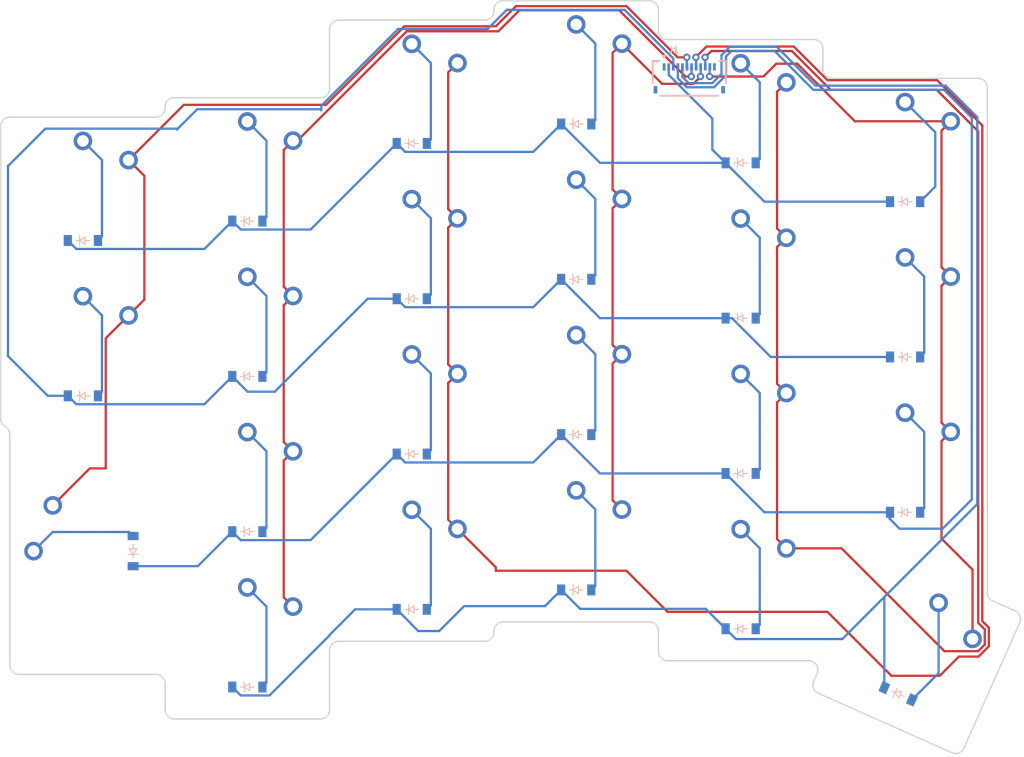
<source format=kicad_pcb>
(kicad_pcb (version 20240108) (generator "pcbnew") (generator_version "8.0")
  (title_block (title "left_pcb") (rev "v1.0.0") (company "Unknown"))
  (layers (0 "F.Cu" signal) (31 "B.Cu" signal) (34 "B.Paste" user) (35 "F.Paste" user) (36 "B.SilkS" user "B.Silkscreen") (37 "F.SilkS" user "F.Silkscreen") (38 "B.Mask" user) (39 "F.Mask" user) (44 "Edge.Cuts" user))
  (net 0 "")
  (net 1 "C1")
  (net 2 "outerleft_bottom")
  (net 3 "outerleft_middle")
  (net 4 "outerleft_top")
  (net 5 "C2")
  (net 6 "pinky_thumb")
  (net 7 "pinky_bottom")
  (net 8 "pinky_middle")
  (net 9 "pinky_top")
  (net 10 "C3")
  (net 11 "ring_thumb")
  (net 12 "ring_bottom")
  (net 13 "ring_middle")
  (net 14 "ring_top")
  (net 15 "C4")
  (net 16 "middle_thumb")
  (net 17 "middle_bottom")
  (net 18 "middle_middle")
  (net 19 "middle_top")
  (net 20 "C5")
  (net 21 "index_thumb")
  (net 22 "index_bottom")
  (net 23 "index_middle")
  (net 24 "index_top")
  (net 25 "C6")
  (net 26 "inner_thumb")
  (net 27 "inner_bottom")
  (net 28 "inner_middle")
  (net 29 "inner_top")
  (net 30 "R2")
  (net 31 "R3")
  (net 32 "R4")
  (net 33 "R1")
  (net 34 "GND")
  (footprint "PG1350" (layer "F.Cu") (at 181 -83)
    (property "Reference" "S21" (hide yes))
    (property "Value" "" (hide yes))
  )
  (footprint "PG1350" (layer "F.Cu") (at 163 -104.25)
    (property "Reference" "S18" (hide yes))
    (property "Value" "" (hide yes))
  )
  (footprint "PG1350" (layer "F.Cu") (at 182.267022 -62.699295 -24)
    (property "Reference" "S20" (hide yes))
    (property "Value" "" (hide yes))
  )
  (footprint "PG1350" (layer "F.Cu") (at 145 -125.5)
    (property "Reference" "S15" (hide yes))
    (property "Value" "" (hide yes))
  )
  (footprint "PG1350" (layer "F.Cu") (at 91 -95.75)
    (property "Reference" "S2" (hide yes))
    (property "Value" "" (hide yes))
  )
  (footprint "PG1350" (layer "F.Cu") (at 163 -70.25)
    (property "Reference" "S16" (hide yes))
    (property "Value" "" (hide yes))
  )
  (footprint "PG1350" (layer "F.Cu") (at 109 -97.875)
    (property "Reference" "S6" (hide yes))
    (property "Value" "" (hide yes))
  )
  (footprint "PG1350" (layer "F.Cu") (at 127 -123.375)
    (property "Reference" "S11" (hide yes))
    (property "Value" "" (hide yes))
  )
  (footprint "PG1350" (layer "F.Cu") (at 109 -114.875)
    (property "Reference" "S7" (hide yes))
    (property "Value" "" (hide yes))
  )
  (footprint "PG1350" (layer "F.Cu") (at 163 -87.25)
    (property "Reference" "S17" (hide yes))
    (property "Value" "" (hide yes))
  )
  (footprint "PG1350" (layer "F.Cu") (at 181 -117)
    (property "Reference" "S23" (hide yes))
    (property "Value" "" (hide yes))
  )
  (footprint "PG1350" (layer "F.Cu") (at 145 -91.5)
    (property "Reference" "S13" (hide yes))
    (property "Value" "" (hide yes))
  )
  (footprint "PG1350" (layer "F.Cu") (at 109 -80.875)
    (property "Reference" "S5" (hide yes))
    (property "Value" "" (hide yes))
  )
  (footprint "PG1350" (layer "F.Cu") (at 109 -63.875)
    (property "Reference" "S4" (hide yes))
    (property "Value" "" (hide yes))
  )
  (footprint "PG1350" (layer "F.Cu") (at 145 -108.5)
    (property "Reference" "S14" (hide yes))
    (property "Value" "" (hide yes))
  )
  (footprint "PG1350" (layer "F.Cu") (at 163 -121.25)
    (property "Reference" "S19" (hide yes))
    (property "Value" "" (hide yes))
  )
  (footprint "PG1350" (layer "F.Cu") (at 127 -89.375)
    (property "Reference" "S9" (hide yes))
    (property "Value" "" (hide yes))
  )
  (footprint "PG1350" (layer "F.Cu") (at 127 -72.375)
    (property "Reference" "S8" (hide yes))
    (property "Value" "" (hide yes))
  )
  (footprint "PG1350" (layer "F.Cu") (at 91.5 -73.75 90)
    (property "Reference" "S1" (hide yes))
    (property "Value" "" (hide yes))
  )
  (footprint "PG1350" (layer "F.Cu") (at 145 -74.5)
    (property "Reference" "S12" (hide yes))
    (property "Value" "" (hide yes))
  )
  (footprint "PG1350" (layer "F.Cu") (at 91 -112.75)
    (property "Reference" "S3" (hide yes))
    (property "Value" "" (hide yes))
  )
  (footprint "PG1350" (layer "F.Cu") (at 181 -100)
    (property "Reference" "S22" (hide yes))
    (property "Value" "" (hide yes))
  )
  (footprint "PG1350" (layer "F.Cu") (at 127 -106.375)
    (property "Reference" "S10" (hide yes))
    (property "Value" "" (hide yes))
  )
  (footprint "ComboDiode" (layer "B.Cu") (at 109 -109.875)
    (property "Reference" "D7" (hide yes))
    (property "Value" "" (hide yes))
  )
  (footprint "ComboDiode" (layer "B.Cu") (at 145 -120.5)
    (property "Reference" "D15" (hide yes))
    (property "Value" "" (hide yes))
  )
  (footprint "ComboDiode" (layer "B.Cu") (at 96.5 -73.75 90)
    (property "Reference" "D1" (hide yes))
    (property "Value" "" (hide yes))
  )
  (footprint "ComboDiode" (layer "B.Cu") (at 127 -101.375)
    (property "Reference" "D10" (hide yes))
    (property "Value" "" (hide yes))
  )
  (footprint "ComboDiode" (layer "B.Cu") (at 109 -75.875)
    (property "Reference" "D5" (hide yes))
    (property "Value" "" (hide yes))
  )
  (footprint "ComboDiode" (layer "B.Cu") (at 163 -116.25)
    (property "Reference" "D19" (hide yes))
    (property "Value" "" (hide yes))
  )
  (footprint "ComboDiode" (layer "B.Cu") (at 109 -58.875)
    (property "Reference" "D4" (hide yes))
    (property "Value" "" (hide yes))
  )
  (footprint "ComboDiode" (layer "B.Cu") (at 145 -69.5)
    (property "Reference" "D12" (hide yes))
    (property "Value" "" (hide yes))
  )
  (footprint "ComboDiode" (layer "B.Cu") (at 145 -103.5)
    (property "Reference" "D14" (hide yes))
    (property "Value" "" (hide yes))
  )
  (footprint "ComboDiode" (layer "B.Cu") (at 181 -78)
    (property "Reference" "D21" (hide yes))
    (property "Value" "" (hide yes))
  )
  (footprint "ComboDiode" (layer "B.Cu") (at 163 -65.25)
    (property "Reference" "D16" (hide yes))
    (property "Value" "" (hide yes))
  )
  (footprint "GCT_FFC2B28-12-G" (layer "B.Cu") (at 157.375 -125.5)
    (property "Reference" "J1")
    (property "Value" "Conn_01x12_Socket" (hide yes))
  )
  (footprint "ComboDiode" (layer "B.Cu") (at 127 -67.375)
    (property "Reference" "D8" (hide yes))
    (property "Value" "" (hide yes))
  )
  (footprint "ComboDiode" (layer "B.Cu") (at 145 -86.5)
    (property "Reference" "D13" (hide yes))
    (property "Value" "" (hide yes))
  )
  (footprint "ComboDiode" (layer "B.Cu") (at 180.233339 -58.131567 -24)
    (property "Reference" "D20" (hide yes))
    (property "Value" "" (hide yes))
  )
  (footprint "ComboDiode" (layer "B.Cu") (at 91 -107.75)
    (property "Reference" "D3" (hide yes))
    (property "Value" "" (hide yes))
  )
  (footprint "ComboDiode" (layer "B.Cu") (at 109 -92.875)
    (property "Reference" "D6" (hide yes))
    (property "Value" "" (hide yes))
  )
  (footprint "ComboDiode" (layer "B.Cu") (at 163 -99.25)
    (property "Reference" "D18" (hide yes))
    (property "Value" "" (hide yes))
  )
  (footprint "ComboDiode" (layer "B.Cu") (at 91 -90.75)
    (property "Reference" "D2" (hide yes))
    (property "Value" "" (hide yes))
  )
  (footprint "ComboDiode" (layer "B.Cu") (at 163 -82.25)
    (property "Reference" "D17" (hide yes))
    (property "Value" "" (hide yes))
  )
  (footprint "ComboDiode" (layer "B.Cu") (at 127 -84.375)
    (property "Reference" "D9" (hide yes))
    (property "Value" "" (hide yes))
  )
  (footprint "ComboDiode" (layer "B.Cu") (at 181 -112)
    (property "Reference" "D23" (hide yes))
    (property "Value" "" (hide yes))
  )
  (footprint "ComboDiode" (layer "B.Cu") (at 181 -95)
    (property "Reference" "D22" (hide yes))
    (property "Value" "" (hide yes))
  )
  (footprint "ComboDiode" (layer "B.Cu") (at 127 -118.375)
    (property "Reference" "D11" (hide yes))
    (property "Value" "" (hide yes))
  )
  (gr_arc (start 82 -120.25) (mid 82.292893 -120.957107) (end 83 -121.25) (stroke (width 0.15)) (layer "Edge.Cuts"))
  (gr_line (start 118 -130.875) (end 118 -124.375) (stroke (width 0.15)) (layer "Edge.Cuts"))
  (gr_arc (start 118 -130.875) (mid 118.292893 -131.582107) (end 119 -131.875) (stroke (width 0.15)) (layer "Edge.Cuts"))
  (gr_arc (start 171.501397 -58.188051) (mid 170.974553 -58.743229) (end 170.994588 -59.508334) (stroke (width 0.15)) (layer "Edge.Cuts"))
  (gr_arc (start 189 -125.5) (mid 189.707107 -125.207107) (end 190 -124.5) (stroke (width 0.15)) (layer "Edge.Cuts"))
  (gr_arc (start 118 -124.375) (mid 117.707107 -123.667893) (end 117 -123.375) (stroke (width 0.15)) (layer "Edge.Cuts"))
  (gr_line (start 153 -134) (end 137 -134) (stroke (width 0.15)) (layer "Edge.Cuts"))
  (gr_line (start 190 -69.210167) (end 190 -124.5) (stroke (width 0.15)) (layer "Edge.Cuts"))
  (gr_line (start 101 -55.375) (end 117 -55.375) (stroke (width 0.15)) (layer "Edge.Cuts"))
  (gr_arc (start 136 -65) (mid 136.292893 -65.707107) (end 137 -66) (stroke (width 0.15)) (layer "Edge.Cuts"))
  (gr_arc (start 99 -60.25) (mid 99.707107 -59.957107) (end 100 -59.25) (stroke (width 0.15)) (layer "Edge.Cuts"))
  (gr_line (start 100 -122.375) (end 100 -122.25) (stroke (width 0.15)) (layer "Edge.Cuts"))
  (gr_arc (start 153 -134) (mid 153.707107 -133.707107) (end 154 -133) (stroke (width 0.15)) (layer "Edge.Cuts"))
  (gr_line (start 154 -65) (end 154 -62.75) (stroke (width 0.15)) (layer "Edge.Cuts"))
  (gr_arc (start 136 -133) (mid 136.292893 -133.707107) (end 137 -134) (stroke (width 0.15)) (layer "Edge.Cuts"))
  (gr_arc (start 82.5 -87.383974) (mid 82.866025 -87.017949) (end 83 -86.517949) (stroke (width 0.15)) (layer "Edge.Cuts"))
  (gr_line (start 100 -59.25) (end 100 -56.375) (stroke (width 0.15)) (layer "Edge.Cuts"))
  (gr_arc (start 118 -62.875) (mid 118.292893 -63.582107) (end 119 -63.875) (stroke (width 0.15)) (layer "Edge.Cuts"))
  (gr_line (start 187.438406 -52.187074) (end 193.539456 -65.890256) (stroke (width 0.15)) (layer "Edge.Cuts"))
  (gr_line (start 82 -88.25) (end 82 -120.25) (stroke (width 0.15)) (layer "Edge.Cuts"))
  (gr_arc (start 153 -66) (mid 153.707107 -65.707107) (end 154 -65) (stroke (width 0.15)) (layer "Edge.Cuts"))
  (gr_line (start 118 -56.375) (end 118 -62.875) (stroke (width 0.15)) (layer "Edge.Cuts"))
  (gr_arc (start 170.452777 -61.750001) (mid 171.291448 -61.29464) (end 171.366323 -60.343263) (stroke (width 0.15)) (layer "Edge.Cuts"))
  (gr_line (start 172 -126.5) (end 172 -128.75) (stroke (width 0.15)) (layer "Edge.Cuts"))
  (gr_line (start 136 -133) (end 136 -132.875) (stroke (width 0.15)) (layer "Edge.Cuts"))
  (gr_line (start 171.366323 -60.343263) (end 170.994588 -59.508334) (stroke (width 0.15)) (layer "Edge.Cuts"))
  (gr_line (start 119 -63.875) (end 135 -63.875) (stroke (width 0.15)) (layer "Edge.Cuts"))
  (gr_line (start 84 -60.25) (end 99 -60.25) (stroke (width 0.15)) (layer "Edge.Cuts"))
  (gr_line (start 155 -61.75) (end 170.452777 -61.75) (stroke (width 0.15)) (layer "Edge.Cuts"))
  (gr_arc (start 82.5 -87.383975) (mid 82.133975 -87.75) (end 82 -88.25) (stroke (width 0.15)) (layer "Edge.Cuts"))
  (gr_line (start 136 -64.875) (end 136 -65) (stroke (width 0.15)) (layer "Edge.Cuts"))
  (gr_line (start 99 -121.25) (end 83 -121.25) (stroke (width 0.15)) (layer "Edge.Cuts"))
  (gr_arc (start 101 -55.375) (mid 100.292893 -55.667893) (end 100 -56.375) (stroke (width 0.15)) (layer "Edge.Cuts"))
  (gr_arc (start 118 -56.375) (mid 117.707107 -55.667893) (end 117 -55.375) (stroke (width 0.15)) (layer "Edge.Cuts"))
  (gr_line (start 154 -130.75) (end 154 -133) (stroke (width 0.15)) (layer "Edge.Cuts"))
  (gr_line (start 117 -123.375) (end 101 -123.375) (stroke (width 0.15)) (layer "Edge.Cuts"))
  (gr_arc (start 155 -129.75) (mid 154.292893 -130.042893) (end 154 -130.75) (stroke (width 0.15)) (layer "Edge.Cuts"))
  (gr_line (start 193.032647 -67.210538) (end 190.593263 -68.296622) (stroke (width 0.15)) (layer "Edge.Cuts"))
  (gr_arc (start 84 -60.25) (mid 83.292893 -60.542893) (end 83 -61.25) (stroke (width 0.15)) (layer "Edge.Cuts"))
  (gr_line (start 171 -129.75) (end 155 -129.75) (stroke (width 0.15)) (layer "Edge.Cuts"))
  (gr_arc (start 171 -129.75) (mid 171.707107 -129.457107) (end 172 -128.75) (stroke (width 0.15)) (layer "Edge.Cuts"))
  (gr_arc (start 136 -64.875) (mid 135.707107 -64.167893) (end 135 -63.875) (stroke (width 0.15)) (layer "Edge.Cuts"))
  (gr_line (start 137 -66) (end 153 -66) (stroke (width 0.15)) (layer "Edge.Cuts"))
  (gr_line (start 189 -125.5) (end 173 -125.5) (stroke (width 0.15)) (layer "Edge.Cuts"))
  (gr_arc (start 190.593263 -68.296622) (mid 190.16133 -68.665528) (end 190 -69.210167) (stroke (width 0.15)) (layer "Edge.Cuts"))
  (gr_arc (start 100 -122.375) (mid 100.292893 -123.082107) (end 101 -123.375) (stroke (width 0.15)) (layer "Edge.Cuts"))
  (gr_arc (start 155 -61.75) (mid 154.292893 -62.042893) (end 154 -62.75) (stroke (width 0.15)) (layer "Edge.Cuts"))
  (gr_line (start 135 -131.875) (end 119 -131.875) (stroke (width 0.15)) (layer "Edge.Cuts"))
  (gr_line (start 171.501397 -58.188051) (end 186.118124 -51.680265) (stroke (width 0.15)) (layer "Edge.Cuts"))
  (gr_arc (start 100 -122.25) (mid 99.707107 -121.542893) (end 99 -121.25) (stroke (width 0.15)) (layer "Edge.Cuts"))
  (gr_arc (start 173 -125.5) (mid 172.292893 -125.792893) (end 172 -126.5) (stroke (width 0.15)) (layer "Edge.Cuts"))
  (gr_arc (start 187.438407 -52.187074) (mid 186.883229 -51.66023) (end 186.118124 -51.680265) (stroke (width 0.15)) (layer "Edge.Cuts"))
  (gr_arc (start 136 -132.875) (mid 135.707107 -132.167893) (end 135 -131.875) (stroke (width 0.15)) (layer "Edge.Cuts"))
  (gr_line (start 83 -86.517949) (end 83 -61.25) (stroke (width 0.15)) (layer "Edge.Cuts"))
  (gr_arc (start 193.032646 -67.210538) (mid 193.55949 -66.655361) (end 193.539456 -65.890256) (stroke (width 0.15)) (layer "Edge.Cuts"))
  (segment (start 93.5 -97.05) (end 93.5 -82.8) (width 0.25) (layer "F.Cu") (net 1))
  (segment (start 91.75 -82.8) (end 87.7 -78.75) (width 0.25) (layer "F.Cu") (net 1))
  (segment (start 156.1 -127.8) (end 157.1 -127.8) (width 0.25) (layer "F.Cu") (net 1))
  (segment (start 96 -99.55) (end 93.5 -97.05) (width 0.25) (layer "F.Cu") (net 1))
  (segment (start 117.6 -122.6) (end 126.2 -131.2) (width 0.25) (layer "F.Cu") (net 1))
  (segment (start 96 -116.55) (end 102.05 -122.6) (width 0.25) (layer "F.Cu") (net 1))
  (segment (start 93.5 -82.8) (end 91.75 -82.8) (width 0.25) (layer "F.Cu") (net 1))
  (segment (start 97.7259 -114.8241) (end 97.7259 -101.2759) (width 0.25) (layer "F.Cu") (net 1))
  (segment (start 102.05 -122.6) (end 117.6 -122.6) (width 0.25) (layer "F.Cu") (net 1))
  (segment (start 97.7259 -101.2759) (end 96 -99.55) (width 0.25) (layer "F.Cu") (net 1))
  (segment (start 150.5 -133.4) (end 156.1 -127.8) (width 0.25) (layer "F.Cu") (net 1))
  (segment (start 136.2 -131.2) (end 138.4 -133.4) (width 0.25) (layer "F.Cu") (net 1))
  (segment (start 96 -116.55) (end 97.7259 -114.8241) (width 0.25) (layer "F.Cu") (net 1))
  (segment (start 126.2 -131.2) (end 136.2 -131.2) (width 0.25) (layer "F.Cu") (net 1))
  (segment (start 138.4 -133.4) (end 150.5 -133.4) (width 0.25) (layer "F.Cu") (net 1))
  (via (at 157.1 -127.8) (size 0.8) (drill 0.4) (layers "F.Cu" "B.Cu") (net 1))
  (segment (start 157.1 -127.8) (end 157.1 -126.775) (width 0.25) (layer "B.Cu") (net 1))
  (segment (start 157.1 -126.775) (end 157.125 -126.75) (width 0.25) (layer "B.Cu") (net 1))
  (segment (start 85.6 -73.75) (end 87.6895 -75.8395) (width 0.25) (layer "B.Cu") (net 2))
  (segment (start 96.0605 -75.8395) (end 96.5 -75.4) (width 0.25) (layer "B.Cu") (net 2))
  (segment (start 87.6895 -75.8395) (end 96.0605 -75.8395) (width 0.25) (layer "B.Cu") (net 2))
  (segment (start 91 -101.65) (end 93.0895 -99.5605) (width 0.25) (layer "B.Cu") (net 3))
  (segment (start 93.0895 -91.1895) (end 92.65 -90.75) (width 0.25) (layer "B.Cu") (net 3))
  (segment (start 93.0895 -99.5605) (end 93.0895 -91.1895) (width 0.25) (layer "B.Cu") (net 3))
  (segment (start 91 -118.65) (end 93.0895 -116.5605) (width 0.25) (layer "B.Cu") (net 4))
  (segment (start 93.0895 -116.5605) (end 93.0895 -108.1895) (width 0.25) (layer "B.Cu") (net 4))
  (segment (start 93.0895 -108.1895) (end 92.65 -107.75) (width 0.25) (layer "B.Cu") (net 4))
  (segment (start 114 -118.675) (end 112.984001 -117.659001) (width 0.25) (layer "F.Cu") (net 5))
  (segment (start 112.984001 -83.659001) (end 112.984001 -68.690999) (width 0.25) (layer "F.Cu") (net 5))
  (segment (start 112.984001 -68.690999) (end 114 -67.675) (width 0.25) (layer "F.Cu") (net 5))
  (segment (start 136.486396 -130.65) (end 126.45 -130.65) (width 0.25) (layer "F.Cu") (net 5))
  (segment (start 156.95 -125.7) (end 149.7 -132.95) (width 0.25) (layer "F.Cu") (net 5))
  (segment (start 112.984001 -100.659001) (end 112.984001 -85.690999) (width 0.25) (layer "F.Cu") (net 5))
  (segment (start 114.475 -118.675) (end 114 -118.675) (width 0.25) (layer "F.Cu") (net 5))
  (segment (start 114 -101.675) (end 112.984001 -100.659001) (width 0.25) (layer "F.Cu") (net 5))
  (segment (start 157.6 -125.7) (end 156.95 -125.7) (width 0.25) (layer "F.Cu") (net 5))
  (segment (start 126.45 -130.65) (end 114.475 -118.675) (width 0.25) (layer "F.Cu") (net 5))
  (segment (start 112.984001 -102.690999) (end 114 -101.675) (width 0.25) (layer "F.Cu") (net 5))
  (segment (start 138.786396 -132.95) (end 136.486396 -130.65) (width 0.25) (layer "F.Cu") (net 5))
  (segment (start 112.984001 -85.690999) (end 114 -84.675) (width 0.25) (layer "F.Cu") (net 5))
  (segment (start 112.984001 -117.659001) (end 112.984001 -102.690999) (width 0.25) (layer "F.Cu") (net 5))
  (segment (start 114 -84.675) (end 112.984001 -83.659001) (width 0.25) (layer "F.Cu") (net 5))
  (segment (start 149.7 -132.95) (end 138.786396 -132.95) (width 0.25) (layer "F.Cu") (net 5))
  (via (at 157.6 -125.7) (size 0.8) (drill 0.4) (layers "F.Cu" "B.Cu") (net 5))
  (segment (start 157.625 -125.725) (end 157.6 -125.7) (width 0.25) (layer "B.Cu") (net 5))
  (segment (start 157.625 -126.75) (end 157.625 -125.725) (width 0.25) (layer "B.Cu") (net 5))
  (segment (start 111.0895 -59.3145) (end 110.65 -58.875) (width 0.25) (layer "B.Cu") (net 6))
  (segment (start 109 -69.775) (end 111.0895 -67.6855) (width 0.25) (layer "B.Cu") (net 6))
  (segment (start 111.0895 -67.6855) (end 111.0895 -59.3145) (width 0.25) (layer "B.Cu") (net 6))
  (segment (start 111.0895 -76.3145) (end 110.65 -75.875) (width 0.25) (layer "B.Cu") (net 7))
  (segment (start 111.0895 -84.6855) (end 111.0895 -76.3145) (width 0.25) (layer "B.Cu") (net 7))
  (segment (start 109 -86.775) (end 111.0895 -84.6855) (width 0.25) (layer "B.Cu") (net 7))
  (segment (start 109 -103.775) (end 111.0895 -101.6855) (width 0.25) (layer "B.Cu") (net 8))
  (segment (start 111.0895 -93.3145) (end 110.65 -92.875) (width 0.25) (layer "B.Cu") (net 8))
  (segment (start 111.0895 -101.6855) (end 111.0895 -93.3145) (width 0.25) (layer "B.Cu") (net 8))
  (segment (start 111.0895 -110.3145) (end 110.65 -109.875) (width 0.25) (layer "B.Cu") (net 9))
  (segment (start 109 -120.775) (end 111.0895 -118.6855) (width 0.25) (layer "B.Cu") (net 9))
  (segment (start 111.0895 -118.6855) (end 111.0895 -110.3145) (width 0.25) (layer "B.Cu") (net 9))
  (segment (start 190.171349 -63.334953) (end 190.171349 -65.365047) (width 0.25) (layer "F.Cu") (net 10))
  (segment (start 130.984001 -109.159001) (end 130.984001 -94.190999) (width 0.25) (layer "F.Cu") (net 10))
  (segment (start 136.2 -71.6) (end 150.5 -71.6) (width 0.25) (layer "F.Cu") (net 10))
  (segment (start 130.984001 -92.159001) (end 130.984001 -77.190999) (width 0.25) (layer "F.Cu") (net 10))
  (segment (start 155 -67.1) (end 172.5 -67.1) (width 0.25) (layer "F.Cu") (net 10))
  (segment (start 172.5 -67.1) (end 179.496113 -60.103887) (width 0.25) (layer "F.Cu") (net 10))
  (segment (start 172.499277 -125.3) (end 168.818086 -128.981191) (width 0.25) (layer "F.Cu") (net 10))
  (segment (start 130.984001 -77.190999) (end 132 -76.175) (width 0.25) (layer "F.Cu") (net 10))
  (segment (start 184.5 -125.3) (end 172.499277 -125.3) (width 0.25) (layer "F.Cu") (net 10))
  (segment (start 132 -127.175) (end 130.984001 -126.159001) (width 0.25) (layer "F.Cu") (net 10))
  (segment (start 132 -76.175) (end 136.2 -71.975) (width 0.25) (layer "F.Cu") (net 10))
  (segment (start 130.984001 -126.159001) (end 130.984001 -111.190999) (width 0.25) (layer "F.Cu") (net 10))
  (segment (start 186.892226 -62.2) (end 189.036396 -62.2) (width 0.25) (layer "F.Cu") (net 10))
  (segment (start 189.036396 -62.2) (end 190.171349 -63.334953) (width 0.25) (layer "F.Cu") (net 10))
  (segment (start 184.796113 -60.103887) (end 186.892226 -62.2) (width 0.25) (layer "F.Cu") (net 10))
  (segment (start 159.255886 -128.981191) (end 158.1 -127.825305) (width 0.25) (layer "F.Cu") (net 10))
  (segment (start 189.45 -120.35) (end 184.5 -125.3) (width 0.25) (layer "F.Cu") (net 10))
  (segment (start 179.496113 -60.103887) (end 184.796113 -60.103887) (width 0.25) (layer "F.Cu") (net 10))
  (segment (start 130.984001 -94.190999) (end 132 -93.175) (width 0.25) (layer "F.Cu") (net 10))
  (segment (start 132 -93.175) (end 130.984001 -92.159001) (width 0.25) (layer "F.Cu") (net 10))
  (segment (start 150.5 -71.6) (end 155 -67.1) (width 0.25) (layer "F.Cu") (net 10))
  (segment (start 136.2 -71.975) (end 136.2 -71.6) (width 0.25) (layer "F.Cu") (net 10))
  (segment (start 168.818086 -128.981191) (end 159.255886 -128.981191) (width 0.25) (layer "F.Cu") (net 10))
  (segment (start 190.171349 -65.365047) (end 189.45 -66.086396) (width 0.25) (layer "F.Cu") (net 10))
  (segment (start 189.45 -66.086396) (end 189.45 -120.35) (width 0.25) (layer "F.Cu") (net 10))
  (segment (start 130.984001 -111.190999) (end 132 -110.175) (width 0.25) (layer "F.Cu") (net 10))
  (segment (start 158.1 -127.825305) (end 158.1 -127.8) (width 0.25) (layer "F.Cu") (net 10))
  (segment (start 132 -110.175) (end 130.984001 -109.159001) (width 0.25) (layer "F.Cu") (net 10))
  (via (at 158.1 -127.8) (size 0.8) (drill 0.4) (layers "F.Cu" "B.Cu") (net 10))
  (segment (start 158.125 -127.775) (end 158.1 -127.8) (width 0.25) (layer "B.Cu") (net 10))
  (segment (start 158.125 -126.75) (end 158.125 -127.775) (width 0.25) (layer "B.Cu") (net 10))
  (segment (start 129.0895 -76.1855) (end 129.0895 -67.8145) (width 0.25) (layer "B.Cu") (net 11))
  (segment (start 127 -78.275) (end 129.0895 -76.1855) (width 0.25) (layer "B.Cu") (net 11))
  (segment (start 129.0895 -67.8145) (end 128.65 -67.375) (width 0.25) (layer "B.Cu") (net 11))
  (segment (start 127 -95.275) (end 129.0895 -93.1855) (width 0.25) (layer "B.Cu") (net 12))
  (segment (start 129.0895 -84.8145) (end 128.65 -84.375) (width 0.25) (layer "B.Cu") (net 12))
  (segment (start 129.0895 -93.1855) (end 129.0895 -84.8145) (width 0.25) (layer "B.Cu") (net 12))
  (segment (start 129.0895 -110.1855) (end 129.0895 -101.8145) (width 0.25) (layer "B.Cu") (net 13))
  (segment (start 127 -112.275) (end 129.0895 -110.1855) (width 0.25) (layer "B.Cu") (net 13))
  (segment (start 129.0895 -101.8145) (end 128.65 -101.375) (width 0.25) (layer "B.Cu") (net 13))
  (segment (start 127 -129.275) (end 129.0895 -127.1855) (width 0.25) (layer "B.Cu") (net 14))
  (segment (start 129.0895 -127.1855) (end 129.0895 -118.8145) (width 0.25) (layer "B.Cu") (net 14))
  (segment (start 129.0895 -118.8145) (end 128.65 -118.375) (width 0.25) (layer "B.Cu") (net 14))
  (segment (start 148.984001 -128.284001) (end 148.984001 -113.315999) (width 0.25) (layer "F.Cu") (net 15))
  (segment (start 150 -129.3) (end 148.984001 -128.284001) (width 0.25) (layer "F.Cu") (net 15))
  (segment (start 148.984001 -111.284001) (end 148.984001 -96.315999) (width 0.25) (layer "F.Cu") (net 15))
  (segment (start 148.984001 -113.315999) (end 150 -112.3) (width 0.25) (layer "F.Cu") (net 15))
  (segment (start 150 -112.3) (end 148.984001 -111.284001) (width 0.25) (layer "F.Cu") (net 15))
  (segment (start 148.984001 -94.284001) (end 148.984001 -79.315999) (width 0.25) (layer "F.Cu") (net 15))
  (segment (start 157.825305 -124.9) (end 154.4 -124.9) (width 0.25) (layer "F.Cu") (net 15))
  (segment (start 154.4 -124.9) (end 150 -129.3) (width 0.25) (layer "F.Cu") (net 15))
  (segment (start 158.6 -125.7) (end 158.6 -125.674695) (width 0.25) (layer "F.Cu") (net 15))
  (segment (start 148.984001 -79.315999) (end 150 -78.3) (width 0.25) (layer "F.Cu") (net 15))
  (segment (start 158.6 -125.674695) (end 157.825305 -124.9) (width 0.25) (layer "F.Cu") (net 15))
  (segment (start 150 -95.3) (end 148.984001 -94.284001) (width 0.25) (layer "F.Cu") (net 15))
  (segment (start 148.984001 -96.315999) (end 150 -95.3) (width 0.25) (layer "F.Cu") (net 15))
  (via (at 158.6 -125.7) (size 0.8) (drill 0.4) (layers "F.Cu" "B.Cu") (net 15))
  (segment (start 158.625 -126.75) (end 158.625 -125.725) (width 0.25) (layer "B.Cu") (net 15))
  (segment (start 158.625 -125.725) (end 158.6 -125.7) (width 0.25) (layer "B.Cu") (net 15))
  (segment (start 147.0895 -69.9395) (end 146.65 -69.5) (width 0.25) (layer "B.Cu") (net 16))
  (segment (start 147.0895 -78.3105) (end 147.0895 -69.9395) (width 0.25) (layer "B.Cu") (net 16))
  (segment (start 145 -80.4) (end 147.0895 -78.3105) (width 0.25) (layer "B.Cu") (net 16))
  (segment (start 147.0895 -86.9395) (end 146.65 -86.5) (width 0.25) (layer "B.Cu") (net 17))
  (segment (start 145 -97.4) (end 147.0895 -95.3105) (width 0.25) (layer "B.Cu") (net 17))
  (segment (start 147.0895 -95.3105) (end 147.0895 -86.9395) (width 0.25) (layer "B.Cu") (net 17))
  (segment (start 147.0895 -112.3105) (end 147.0895 -103.9395) (width 0.25) (layer "B.Cu") (net 18))
  (segment (start 147.0895 -103.9395) (end 146.65 -103.5) (width 0.25) (layer "B.Cu") (net 18))
  (segment (start 145 -114.4) (end 147.0895 -112.3105) (width 0.25) (layer "B.Cu") (net 18))
  (segment (start 147.0895 -129.3105) (end 147.0895 -120.9395) (width 0.25) (layer "B.Cu") (net 19))
  (segment (start 145 -131.4) (end 147.0895 -129.3105) (width 0.25) (layer "B.Cu") (net 19))
  (segment (start 147.0895 -120.9395) (end 146.65 -120.5) (width 0.25) (layer "B.Cu") (net 19))
  (segment (start 168 -91.05) (end 166.984001 -90.034001) (width 0.25) (layer "F.Cu") (net 20))
  (segment (start 189.721349 -63.521349) (end 188.996085 -62.796085) (width 0.25) (layer "F.Cu") (net 20))
  (segment (start 185.303915 -62.796085) (end 174.05 -74.05) (width 0.25) (layer "F.Cu") (net 20))
  (segment (start 166.984001 -109.065999) (end 168 -108.05) (width 0.25) (layer "F.Cu") (net 20))
  (segment (start 159.791 -128.491) (end 168.6 -128.491) (width 0.25) (layer "F.Cu") (net 20))
  (segment (start 189.721349 -65.178651) (end 189.721349 -63.521349) (width 0.25) (layer "F.Cu") (net 20))
  (segment (start 168.6 -128.491) (end 172.85 -124.241) (width 0.25) (layer "F.Cu") (net 20))
  (segment (start 168 -125.05) (end 166.984001 -124.034001) (width 0.25) (layer "F.Cu") (net 20))
  (segment (start 184.455461 -124.241) (end 188.39823 -120.29823) (width 0.25) (layer "F.Cu") (net 20))
  (segment (start 189 -65.9) (end 189.721349 -65.178651) (width 0.25) (layer "F.Cu") (net 20))
  (segment (start 172.85 -124.241) (end 184.455461 -124.241) (width 0.25) (layer "F.Cu") (net 20))
  (segment (start 159.1 -127.8) (end 159.791 -128.491) (width 0.25) (layer "F.Cu") (net 20))
  (segment (start 189 -119.69646) (end 189 -65.9) (width 0.25) (layer "F.Cu") (net 20))
  (segment (start 166.984001 -75.065999) (end 168 -74.05) (width 0.25) (layer "F.Cu") (net 20))
  (segment (start 188.996085 -62.796085) (end 185.303915 -62.796085) (width 0.25) (layer "F.Cu") (net 20))
  (segment (start 166.984001 -92.065999) (end 168 -91.05) (width 0.25) (layer "F.Cu") (net 20))
  (segment (start 166.984001 -90.034001) (end 166.984001 -75.065999) (width 0.25) (layer "F.Cu") (net 20))
  (segment (start 174.05 -74.05) (end 168 -74.05) (width 0.25) (layer "F.Cu") (net 20))
  (segment (start 188.39823 -120.29823) (end 189 -119.69646) (width 0.25) (layer "F.Cu") (net 20))
  (segment (start 166.984001 -124.034001) (end 166.984001 -109.065999) (width 0.25) (layer "F.Cu") (net 20))
  (segment (start 168 -108.05) (end 166.984001 -107.034001) (width 0.25) (layer "F.Cu") (net 20))
  (segment (start 166.984001 -107.034001) (end 166.984001 -92.065999) (width 0.25) (layer "F.Cu") (net 20))
  (via (at 159.1 -127.8) (size 0.8) (drill 0.4) (layers "F.Cu" "B.Cu") (net 20))
  (segment (start 159.125 -127.775) (end 159.1 -127.8) (width 0.25) (layer "B.Cu") (net 20))
  (segment (start 159.125 -126.75) (end 159.125 -127.775) (width 0.25) (layer "B.Cu") (net 20))
  (segment (start 163 -76.15) (end 165.0895 -74.0605) (width 0.25) (layer "B.Cu") (net 21))
  (segment (start 165.0895 -65.6895) (end 164.65 -65.25) (width 0.25) (layer "B.Cu") (net 21))
  (segment (start 165.0895 -74.0605) (end 165.0895 -65.6895) (width 0.25) (layer "B.Cu") (net 21))
  (segment (start 165.0895 -91.0605) (end 165.0895 -82.6895) (width 0.25) (layer "B.Cu") (net 22))
  (segment (start 163 -93.15) (end 165.0895 -91.0605) (width 0.25) (layer "B.Cu") (net 22))
  (segment (start 165.0895 -82.6895) (end 164.65 -82.25) (width 0.25) (layer "B.Cu") (net 22))
  (segment (start 165.0895 -99.6895) (end 164.65 -99.25) (width 0.25) (layer "B.Cu") (net 23))
  (segment (start 165.0895 -108.0605) (end 165.0895 -99.6895) (width 0.25) (layer "B.Cu") (net 23))
  (segment (start 163 -110.15) (end 165.0895 -108.0605) (width 0.25) (layer "B.Cu") (net 23))
  (segment (start 164.65 -116.25) (end 165.0895 -116.6895) (width 0.25) (layer "B.Cu") (net 24))
  (segment (start 165.0895 -125.0605) (end 163 -127.15) (width 0.25) (layer "B.Cu") (net 24))
  (segment (start 165.0895 -116.6895) (end 165.0895 -125.0605) (width 0.25) (layer "B.Cu") (net 24))
  (segment (start 184.984001 -102.784001) (end 184.984001 -87.815999) (width 0.25) (layer "F.Cu") (net 25))
  (segment (start 166.9 -127.1) (end 165.5 -125.7) (width 0.25) (layer "F.Cu") (net 25))
  (segment (start 186 -86.8) (end 184.984001 -85.784001) (width 0.25) (layer "F.Cu") (net 25))
  (segment (start 186 -120.8) (end 175.5 -120.8) (width 0.25) (layer "F.Cu") (net 25))
  (segment (start 175.5 -120.8) (end 169.2 -127.1) (width 0.25) (layer "F.Cu") (net 25))
  (segment (start 184.984001 -104.815999) (end 186 -103.8) (width 0.25) (layer "F.Cu") (net 25))
  (segment (start 186 -103.8) (end 184.984001 -102.784001) (width 0.25) (layer "F.Cu") (net 25))
  (segment (start 186 -120.8) (end 184.984001 -119.784001) (width 0.25) (layer "F.Cu") (net 25))
  (segment (start 184.984001 -85.784001) (end 184.984001 -75.115999) (width 0.25) (layer "F.Cu") (net 25))
  (segment (start 184.984001 -119.784001) (end 184.984001 -104.815999) (width 0.25) (layer "F.Cu") (net 25))
  (segment (start 169.2 -127.1) (end 166.9 -127.1) (width 0.25) (layer "F.Cu") (net 25))
  (segment (start 188.380349 -71.719651) (end 188.380349 -64.137085) (width 0.25) (layer "F.Cu") (net 25))
  (segment (start 165.5 -125.7) (end 159.6 -125.7) (width 0.25) (layer "F.Cu") (net 25))
  (segment (start 184.984001 -87.815999) (end 186 -86.8) (width 0.25) (layer "F.Cu") (net 25))
  (segment (start 184.984001 -75.115999) (end 188.380349 -71.719651) (width 0.25) (layer "F.Cu") (net 25))
  (via (at 159.6 -125.7) (size 0.8) (drill 0.4) (layers "F.Cu" "B.Cu") (net 25))
  (segment (start 159.6 -126.725) (end 159.625 -126.75) (width 0.25) (layer "B.Cu") (net 25))
  (segment (start 159.6 -125.7) (end 159.6 -126.725) (width 0.25) (layer "B.Cu") (net 25))
  (segment (start 184.666768 -68.089213) (end 184.666768 -60.386531) (width 0.25) (layer "B.Cu") (net 26))
  (segment (start 184.666768 -60.386531) (end 181.740689 -57.460452) (width 0.25) (layer "B.Cu") (net 26))
  (segment (start 181 -88.9) (end 183.0895 -86.8105) (width 0.25) (layer "B.Cu") (net 27))
  (segment (start 183.0895 -86.8105) (end 183.0895 -78.4395) (width 0.25) (layer "B.Cu") (net 27))
  (segment (start 183.0895 -78.4395) (end 182.65 -78) (width 0.25) (layer "B.Cu") (net 27))
  (segment (start 181 -105.9) (end 183.0895 -103.8105) (width 0.25) (layer "B.Cu") (net 28))
  (segment (start 183.0895 -103.8105) (end 183.0895 -95.4395) (width 0.25) (layer "B.Cu") (net 28))
  (segment (start 183.0895 -95.4395) (end 182.65 -95) (width 0.25) (layer "B.Cu") (net 28))
  (segment (start 184.3 -113.65) (end 184.3 -119.6) (width 0.25) (layer "B.Cu") (net 29))
  (segment (start 182.65 -112) (end 184.3 -113.65) (width 0.25) (layer "B.Cu") (net 29))
  (segment (start 184.3 -119.6) (end 181 -122.9) (width 0.25) (layer "B.Cu") (net 29))
  (segment (start 156.125 -125.513299) (end 156.125 -126.75) (width 0.25) (layer "B.Cu") (net 30))
  (segment (start 160.086701 -124.525) (end 157.113299 -124.525) (width 0.25) (layer "B.Cu") (net 30))
  (segment (start 115.925 -74.95) (end 125.35 -84.375) (width 0.25) (layer "B.Cu") (net 30))
  (segment (start 103.575 -72.1) (end 107.35 -75.875) (width 0.25) (layer "B.Cu") (net 30))
  (segment (start 162 -128.5) (end 161.4 -127.9) (width 0.25) (layer "B.Cu") (net 30))
  (segment (start 185.1 -76.2) (end 188.3 -79.4) (width 0.25) (layer "B.Cu") (net 30))
  (segment (start 179.35 -78) (end 179.35 -77.35) (width 0.25) (layer "B.Cu") (net 30))
  (segment (start 125.35 -84.375) (end 126.275 -83.45) (width 0.25) (layer "B.Cu") (net 30))
  (segment (start 161.4 -127.9) (end 161.4 -125.838299) (width 0.25) (layer "B.Cu") (net 30))
  (segment (start 96.5 -72.1) (end 103.575 -72.1) (width 0.25) (layer "B.Cu") (net 30))
  (segment (start 140.3 -83.45) (end 143.35 -86.5) (width 0.25) (layer "B.Cu") (net 30))
  (segment (start 107.35 -75.875) (end 108.275 -74.95) (width 0.25) (layer "B.Cu") (net 30))
  (segment (start 108.275 -74.95) (end 115.925 -74.95) (width 0.25) (layer "B.Cu") (net 30))
  (segment (start 161.4 -125.838299) (end 160.086701 -124.525) (width 0.25) (layer "B.Cu") (net 30))
  (segment (start 143.35 -86.5) (end 147.6 -82.25) (width 0.25) (layer "B.Cu") (net 30))
  (segment (start 179.3 -77.3) (end 180.4 -76.2) (width 0.25) (layer "B.Cu") (net 30))
  (segment (start 188.3 -121.2) (end 185.259 -124.241) (width 0.25) (layer "B.Cu") (net 30))
  (segment (start 166.7 -128.5) (end 162 -128.5) (width 0.25) (layer "B.Cu") (net 30))
  (segment (start 188.3 -79.4) (end 188.3 -121.2) (width 0.25) (layer "B.Cu") (net 30))
  (segment (start 170.959 -124.241) (end 166.7 -128.5) (width 0.25) (layer "B.Cu") (net 30))
  (segment (start 180.4 -76.2) (end 185.1 -76.2) (width 0.25) (layer "B.Cu") (net 30))
  (segment (start 157.113299 -124.525) (end 156.125 -125.513299) (width 0.25) (layer "B.Cu") (net 30))
  (segment (start 161.35 -82.25) (end 165.6 -78) (width 0.25) (layer "B.Cu") (net 30))
  (segment (start 185.259 -124.241) (end 170.959 -124.241) (width 0.25) (layer "B.Cu") (net 30))
  (segment (start 126.275 -83.45) (end 140.3 -83.45) (width 0.25) (layer "B.Cu") (net 30))
  (segment (start 165.6 -78) (end 179.35 -78) (width 0.25) (layer "B.Cu") (net 30))
  (segment (start 147.6 -82.25) (end 161.35 -82.25) (width 0.25) (layer "B.Cu") (net 30))
  (segment (start 179.35 -77.35) (end 179.3 -77.3) (width 0.25) (layer "B.Cu") (net 30))
  (segment (start 116.984 -122.116) (end 103.516 -122.116) (width 0.25) (layer "B.Cu") (net 31))
  (segment (start 90.275 -89.825) (end 104.3 -89.825) (width 0.25) (layer "B.Cu") (net 31))
  (segment (start 107.35 -92.875) (end 109.025 -91.2) (width 0.25) (layer "B.Cu") (net 31))
  (segment (start 150.3 -133) (end 137.4 -133) (width 0.25) (layer "B.Cu") (net 31))
  (segment (start 82.8 -115.9) (end 82.8 -95.1) (width 0.25) (layer "B.Cu") (net 31))
  (segment (start 125.35 -101.375) (end 126.275 -100.45) (width 0.25) (layer "B.Cu") (net 31))
  (segment (start 137.4 -133) (end 135.3 -130.9) (width 0.25) (layer "B.Cu") (net 31))
  (segment (start 112 -91.2) (end 122.175 -101.375) (width 0.25) (layer "B.Cu") (net 31))
  (segment (start 89.35 -90.75) (end 90.275 -89.825) (width 0.25) (layer "B.Cu") (net 31))
  (segment (start 87.15 -90.75) (end 89.35 -90.75) (width 0.25) (layer "B.Cu") (net 31))
  (segment (start 166.3 -95) (end 179.35 -95) (width 0.25) (layer "B.Cu") (net 31))
  (segment (start 117.1 -122.5) (end 117.1 -122) (width 0.25) (layer "B.Cu") (net 31))
  (segment (start 155.625 -126.75) (end 155.625 -127.675) (width 0.25) (layer "B.Cu") (net 31))
  (segment (start 101.209 -119.991) (end 86.891 -119.991) (width 0.25) (layer "B.Cu") (net 31))
  (segment (start 104.3 -89.825) (end 107.35 -92.875) (width 0.25) (layer "B.Cu") (net 31))
  (segment (start 86.891 -119.991) (end 82.8 -115.9) (width 0.25) (layer "B.Cu") (net 31))
  (segment (start 161.35 -99.25) (end 162.05 -99.25) (width 0.25) (layer "B.Cu") (net 31))
  (segment (start 162.05 -99.25) (end 166.3 -95) (width 0.25) (layer "B.Cu") (net 31))
  (segment (start 135.3 -130.9) (end 125.5 -130.9) (width 0.25) (layer "B.Cu") (net 31))
  (segment (start 101.3 -119.9) (end 101.209 -119.991) (width 0.25) (layer "B.Cu") (net 31))
  (segment (start 147.6 -99.25) (end 161.35 -99.25) (width 0.25) (layer "B.Cu") (net 31))
  (segment (start 122.175 -101.375) (end 125.35 -101.375) (width 0.25) (layer "B.Cu") (net 31))
  (segment (start 155.625 -127.675) (end 150.3 -133) (width 0.25) (layer "B.Cu") (net 31))
  (segment (start 117.1 -122) (end 116.984 -122.116) (width 0.25) (layer "B.Cu") (net 31))
  (segment (start 125.5 -130.9) (end 117.1 -122.5) (width 0.25) (layer "B.Cu") (net 31))
  (segment (start 140.3 -100.45) (end 143.35 -103.5) (width 0.25) (layer "B.Cu") (net 31))
  (segment (start 103.516 -122.116) (end 101.3 -119.9) (width 0.25) (layer "B.Cu") (net 31))
  (segment (start 143.35 -103.5) (end 147.6 -99.25) (width 0.25) (layer "B.Cu") (net 31))
  (segment (start 126.275 -100.45) (end 140.3 -100.45) (width 0.25) (layer "B.Cu") (net 31))
  (segment (start 109.025 -91.2) (end 112 -91.2) (width 0.25) (layer "B.Cu") (net 31))
  (segment (start 82.8 -95.1) (end 87.15 -90.75) (width 0.25) (layer "B.Cu") (net 31))
  (segment (start 89.35 -107.75) (end 90.275 -106.825) (width 0.25) (layer "B.Cu") (net 32))
  (segment (start 125.35 -118.375) (end 126.275 -117.45) (width 0.25) (layer "B.Cu") (net 32))
  (segment (start 107.35 -109.875) (end 108.275 -108.95) (width 0.25) (layer "B.Cu") (net 32))
  (segment (start 108.275 -108.95) (end 115.925 -108.95) (width 0.25) (layer "B.Cu") (net 32))
  (segment (start 155.125 -125.876903) (end 159.9 -121.101903) (width 0.25) (layer "B.Cu") (net 32))
  (segment (start 147.6 -116.25) (end 161.35 -116.25) (width 0.25) (layer "B.Cu") (net 32))
  (segment (start 159.9 -117.7) (end 161.35 -116.25) (width 0.25) (layer "B.Cu") (net 32))
  (segment (start 161.35 -116.25) (end 165.6 -112) (width 0.25) (layer "B.Cu") (net 32))
  (segment (start 90.275 -106.825) (end 104.3 -106.825) (width 0.25) (layer "B.Cu") (net 32))
  (segment (start 159.9 -121.101903) (end 159.9 -117.7) (width 0.25) (layer "B.Cu") (net 32))
  (segment (start 104.3 -106.825) (end 107.35 -109.875) (width 0.25) (layer "B.Cu") (net 32))
  (segment (start 115.925 -108.95) (end 125.35 -118.375) (width 0.25) (layer "B.Cu") (net 32))
  (segment (start 140.3 -117.45) (end 143.35 -120.5) (width 0.25) (layer "B.Cu") (net 32))
  (segment (start 147.6 -116.25) (end 143.35 -120.5) (width 0.25) (layer "B.Cu") (net 32))
  (segment (start 165.6 -112) (end 179.35 -112) (width 0.25) (layer "B.Cu") (net 32))
  (segment (start 155.125 -126.75) (end 155.125 -125.876903) (width 0.25) (layer "B.Cu") (net 32))
  (segment (start 126.275 -117.45) (end 140.3 -117.45) (width 0.25) (layer "B.Cu") (net 32))
  (segment (start 145.425 -67.425) (end 159.175 -67.425) (width 0.25) (layer "B.Cu") (net 33))
  (segment (start 126.9 -65.8) (end 127.7 -65) (width 0.25) (layer "B.Cu") (net 33))
  (segment (start 160.9 -128.036396) (end 161.813604 -128.95) (width 0.25) (layer "B.Cu") (net 33))
  (segment (start 157.299695 -124.975) (end 159.900305 -124.975) (width 0.25) (layer "B.Cu") (net 33))
  (segment (start 162.477408 -64.122592) (end 173.9 -64.122592) (width 0.25) (layer "B.Cu") (net 33))
  (segment (start 159.175 -67.425) (end 161.35 -65.25) (width 0.25) (layer "B.Cu") (net 33))
  (segment (start 126.9 -65.825) (end 125.35 -67.375) (width 0.25) (layer "B.Cu") (net 33))
  (segment (start 126.9 -65.825) (end 126.9 -65.8) (width 0.25) (layer "B.Cu") (net 33))
  (segment (start 159.900305 -124.975) (end 160.9 -125.974695) (width 0.25) (layer "B.Cu") (net 33))
  (segment (start 111.425 -57.95) (end 118 -64.525) (width 0.25) (layer "B.Cu") (net 33))
  (segment (start 185.436396 -124.7) (end 188.9 -121.236396) (width 0.25) (layer "B.Cu") (net 33))
  (segment (start 156.625 -125.649695) (end 157.299695 -124.975) (width 0.25) (layer "B.Cu") (net 33))
  (segment (start 130 -65) (end 127.7 -65) (width 0.25) (layer "B.Cu") (net 33))
  (segment (start 160.9 -125.974695) (end 160.9 -127.4) (width 0.25) (layer "B.Cu") (net 33))
  (segment (start 156.625 -126.75) (end 156.625 -125.649695) (width 0.25) (layer "B.Cu") (net 33))
  (segment (start 178.725989 -68.725989) (end 178.725989 -58.802682) (width 0.25) (layer "B.Cu") (net 33))
  (segment (start 185 -75) (end 178.725989 -68.725989) (width 0.25) (layer "B.Cu") (net 33))
  (segment (start 108.275 -57.95) (end 111.425 -57.95) (width 0.25) (layer "B.Cu") (net 33))
  (segment (start 166.95 -128.95) (end 171.2 -124.7) (width 0.25) (layer "B.Cu") (net 33))
  (segment (start 188.9 -121.236396) (end 188.9 -78.9) (width 0.25) (layer "B.Cu") (net 33))
  (segment (start 120.8 -67.375) (end 125.35 -67.375) (width 0.25) (layer "B.Cu") (net 33))
  (segment (start 143.35 -69.5) (end 141.575 -67.725) (width 0.25) (layer "B.Cu") (net 33))
  (segment (start 161.813604 -128.95) (end 164.65 -128.95) (width 0.25) (layer "B.Cu") (net 33))
  (segment (start 171.2 -124.7) (end 185.436396 -124.7) (width 0.25) (layer "B.Cu") (net 33))
  (segment (start 160.9 -127.4) (end 160.9 -128.036396) (width 0.25) (layer "B.Cu") (net 33))
  (segment (start 107.35 -58.875) (end 108.275 -57.95) (width 0.25) (layer "B.Cu") (net 33))
  (segment (start 178.725989 -68.725989) (end 174.122592 -64.122592) (width 0.25) (layer "B.Cu") (net 33))
  (segment (start 174.122592 -64.122592) (end 173.9 -64.122592) (width 0.25) (layer "B.Cu") (net 33))
  (segment (start 118 -64.525) (end 118 -64.575) (width 0.25) (layer "B.Cu") (net 33))
  (segment (start 118 -64.575) (end 120.8 -67.375) (width 0.25) (layer "B.Cu") (net 33))
  (segment (start 141.575 -67.725) (end 132.725 -67.725) (width 0.25) (layer "B.Cu") (net 33))
  (segment (start 164.65 -128.95) (end 166.95 -128.95) (width 0.25) (layer "B.Cu") (net 33))
  (segment (start 143.35 -69.5) (end 145.425 -67.425) (width 0.25) (layer "B.Cu") (net 33))
  (segment (start 132.725 -67.725) (end 130 -65) (width 0.25) (layer "B.Cu") (net 33))
  (segment (start 161.35 -65.25) (end 162.477408 -64.122592) (width 0.25) (layer "B.Cu") (net 33))
  (segment (start 185 -75) (end 188.9 -78.9) (width 0.25) (layer "B.Cu") (net 33))
)
</source>
